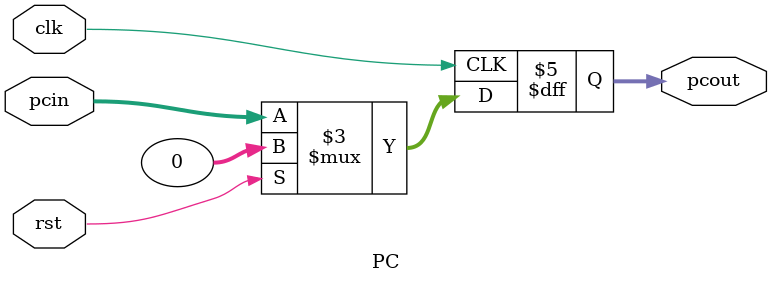
<source format=v>
module PC(
	input clk,
	input rst,
	input [31:0]pcin,
	output reg[31:0] pcout
);
	always@(posedge clk)begin
		if(rst)
			pcout<=32'h00000000;
		else
			pcout <= pcin;
	end

endmodule

</source>
